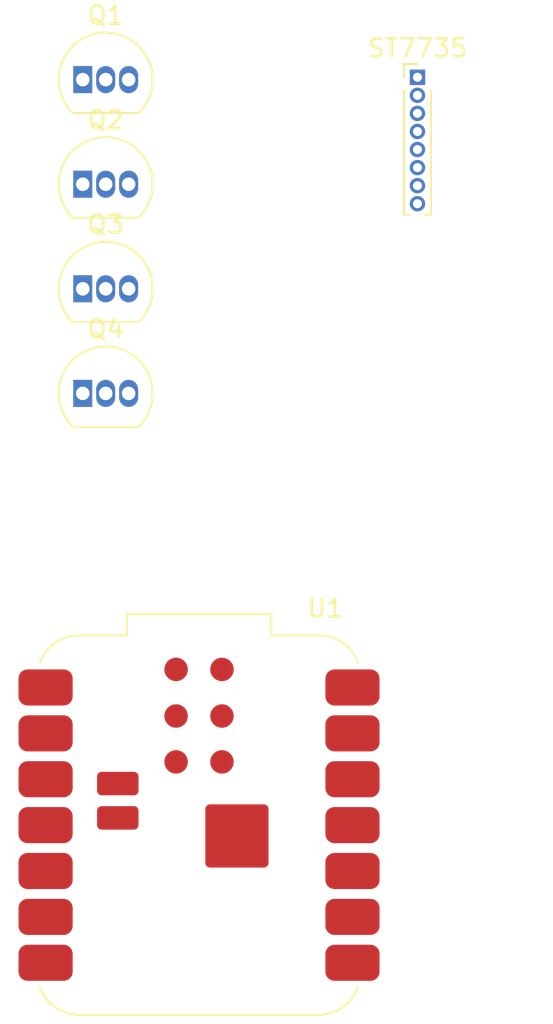
<source format=kicad_pcb>
(kicad_pcb (version 20241229) (generator "pcbnew") (generator_version "9.0")
  (layers (0 "F.Cu" signal) (2 "B.Cu" signal) (13 "F.Paste" user) (15 "B.Paste" user) (5 "F.SilkS" user "F.Silkscreen") (7 "B.SilkS" user "B.Silkscreen") (1 "F.Mask" user) (3 "B.Mask" user) (25 "Edge.Cuts" user))
  (net 0 "")
  (net 1 "Net-(Q1-B)")
  (net 2 "Net-(D1-A)")
  (net 3 "0")
  (net 4 "Net-(D2-A)")
  (net 5 "Net-(Q2-B)")
  (net 6 "Net-(Q3-B)")
  (net 7 "Net-(D3-A)")
  (net 8 "Net-(D4-A)")
  (net 9 "Net-(Q4-B)")
  (net 10 "/VCC")
  (net 11 "Net-(ST7735-Pin_4)")
  (net 12 "Net-(ST7735-Pin_7)")
  (net 13 "Net-(ST7735-Pin_5)")
  (net 14 "Net-(ST7735-Pin_3)")
  (net 15 "Net-(ST7735-Pin_6)")
  (net 17 "/EMG")
  (net 18 "Net-(U1-D0)")
  (footprint "Package_TO_SOT_THT:TO-92_Inline" (layer "F.Cu") (at 126.46 97.21)
    (property "Reference" "Q3" (at 1.27 -3.56 0) (layer "F.SilkS"))
    (property "Value" "2N3904")
    (fp_line (start -0.53 1.85) (end 3.07 1.85) (stroke (width 0.12)) (layer "F.SilkS"))
    (fp_arc (start -0.568478 1.838478) (mid -1.132087 -0.994977) (end 1.27 -2.6) (stroke (width 0.12)) (layer "F.SilkS"))
    (fp_arc (start 1.27 -2.6) (mid 3.672087 -0.994977) (end 3.108478 1.838478) (stroke (width 0.12)) (layer "F.SilkS"))
    (pad "1" thru_hole rect (at 0 0) (size 1.05 1.5) (drill 0.75) (layers "*.Cu" "*.Mask") (net 3 "0"))
    (pad "2" thru_hole oval (at 1.27 0) (size 1.05 1.5) (drill 0.75) (layers "*.Cu" "*.Mask") (net 6 "Net-(Q3-B)"))
    (pad "3" thru_hole oval (at 2.54 0) (size 1.05 1.5) (drill 0.75) (layers "*.Cu" "*.Mask") (net 7 "Net-(D3-A)"))
  )
  (footprint "Package_TO_SOT_THT:TO-92_Inline" (layer "F.Cu") (at 126.46 85.63)
    (property "Reference" "Q1" (at 1.27 -3.56 0) (layer "F.SilkS"))
    (property "Value" "2N3904")
    (fp_line (start -0.53 1.85) (end 3.07 1.85) (stroke (width 0.12)) (layer "F.SilkS"))
    (fp_arc (start -0.568478 1.838478) (mid -1.132087 -0.994977) (end 1.27 -2.6) (stroke (width 0.12)) (layer "F.SilkS"))
    (fp_arc (start 1.27 -2.6) (mid 3.672087 -0.994977) (end 3.108478 1.838478) (stroke (width 0.12)) (layer "F.SilkS"))
    (pad "1" thru_hole rect (at 0 0) (size 1.05 1.5) (drill 0.75) (layers "*.Cu" "*.Mask") (net 3 "0"))
    (pad "2" thru_hole oval (at 1.27 0) (size 1.05 1.5) (drill 0.75) (layers "*.Cu" "*.Mask") (net 1 "Net-(Q1-B)"))
    (pad "3" thru_hole oval (at 2.54 0) (size 1.05 1.5) (drill 0.75) (layers "*.Cu" "*.Mask") (net 2 "Net-(D1-A)"))
  )
  (footprint "Package_TO_SOT_THT:TO-92_Inline" (layer "F.Cu") (at 126.46 91.42)
    (property "Reference" "Q2" (at 1.27 -3.56 0) (layer "F.SilkS"))
    (property "Value" "2N3904")
    (fp_line (start -0.53 1.85) (end 3.07 1.85) (stroke (width 0.12)) (layer "F.SilkS"))
    (fp_arc (start -0.568478 1.838478) (mid -1.132087 -0.994977) (end 1.27 -2.6) (stroke (width 0.12)) (layer "F.SilkS"))
    (fp_arc (start 1.27 -2.6) (mid 3.672087 -0.994977) (end 3.108478 1.838478) (stroke (width 0.12)) (layer "F.SilkS"))
    (pad "1" thru_hole rect (at 0 0) (size 1.05 1.5) (drill 0.75) (layers "*.Cu" "*.Mask") (net 3 "0"))
    (pad "2" thru_hole oval (at 1.27 0) (size 1.05 1.5) (drill 0.75) (layers "*.Cu" "*.Mask") (net 5 "Net-(Q2-B)"))
    (pad "3" thru_hole oval (at 2.54 0) (size 1.05 1.5) (drill 0.75) (layers "*.Cu" "*.Mask") (net 4 "Net-(D2-A)"))
  )
  (footprint "RF_Module:MCU_Seeed_ESP32C3" (layer "F.Cu") (at 132.9 126.9)
    (property "Reference" "U1" (at 7 -12 0) (layer "F.SilkS"))
    (property "Value" "XIAO ESP32C3")
    (fp_line (start -6.7 10.5) (end 6.7 10.5) (stroke (width 0.12)) (layer "F.SilkS"))
    (fp_line (start -4 -11.7) (end 4 -11.7) (stroke (width 0.12)) (layer "F.SilkS"))
    (fp_line (start -4 -10.5) (end -6.6 -10.5) (stroke (width 0.12)) (layer "F.SilkS"))
    (fp_line (start -4 -10.5) (end -4 -11.7) (stroke (width 0.12)) (layer "F.SilkS"))
    (fp_line (start 4 -11.7) (end 4 -10.5) (stroke (width 0.12)) (layer "F.SilkS"))
    (fp_line (start 6.6 -10.5) (end 4 -10.5) (stroke (width 0.12)) (layer "F.SilkS"))
    (fp_arc (start -8.812892 -9.00468) (mid -7.949609 -10.111769) (end -6.600468 -10.499999) (stroke (width 0.12)) (layer "F.SilkS"))
    (fp_arc (start -6.7 10.5) (mid -7.977232 10.068125) (end -8.8 9) (stroke (width 0.12)) (layer "F.SilkS"))
    (fp_arc (start 6.6 -10.499999) (mid 7.944325 -10.107116) (end 8.804034 -9.001464) (stroke (width 0.12)) (layer "F.SilkS"))
    (fp_arc (start 8.8 9) (mid 7.977232 10.068125) (end 6.7 10.5) (stroke (width 0.12)) (layer "F.SilkS"))
    (pad "1" smd roundrect (at -8.5 -7.62) (size 3 2) (layers "F.Cu" "F.Mask" "F.Paste") (net 18 "Net-(U1-D0)"))
    (pad "2" smd roundrect (at -8.5 -5.08) (size 3 2) (layers "F.Cu" "F.Mask" "F.Paste") (net 17 "/EMG"))
    (pad "3" smd roundrect (at -8.5 -2.54) (size 3 2) (layers "F.Cu" "F.Mask" "F.Paste") (net 13 "Net-(ST7735-Pin_5)"))
    (pad "4" smd roundrect (at -8.5 0) (size 3 2) (layers "F.Cu" "F.Mask" "F.Paste") (net 1 "Net-(Q1-B)"))
    (pad "5" smd roundrect (at -8.5 2.54) (size 3 2) (layers "F.Cu" "F.Mask" "F.Paste") (net 5 "Net-(Q2-B)"))
    (pad "6" smd roundrect (at -8.5 5.08) (size 3 2) (layers "F.Cu" "F.Mask" "F.Paste") (net 6 "Net-(Q3-B)"))
    (pad "7" smd roundrect (at -8.5 7.62) (size 3 2) (layers "F.Cu" "F.Mask" "F.Paste") (net 9 "Net-(Q4-B)"))
    (pad "8" smd roundrect (at 8.5 7.62) (size 3 2) (layers "F.Cu" "F.Mask" "F.Paste") (net 12 "Net-(ST7735-Pin_7)"))
    (pad "9" smd roundrect (at 8.5 5.08) (size 3 2) (layers "F.Cu" "F.Mask" "F.Paste") (net 15 "Net-(ST7735-Pin_6)"))
    (pad "10" smd roundrect (at 8.5 2.54) (size 3 2) (layers "F.Cu" "F.Mask" "F.Paste") (net 11 "Net-(ST7735-Pin_4)"))
    (pad "11" smd roundrect (at 8.5 0) (size 3 2) (layers "F.Cu" "F.Mask" "F.Paste") (net 14 "Net-(ST7735-Pin_3)"))
    (pad "12" smd roundrect (at 8.5 -2.54) (size 3 2) (layers "F.Cu" "F.Mask" "F.Paste") (net 10 "/VCC"))
    (pad "13" smd roundrect (at 8.5 -5.08) (size 3 2) (layers "F.Cu" "F.Mask" "F.Paste") (net 3 "0"))
    (pad "14" smd roundrect (at 8.5 -7.62) (size 3 2) (layers "F.Cu" "F.Mask" "F.Paste"))
    (pad "15" smd roundrect (at 2.1 0.6) (size 3.5 3.5) (property pad_prop_heatsink) (layers "F.Cu" "F.Mask") (roundrect_rratio 0.07142857143))
    (pad "16" smd roundrect (at -4.5 -0.4) (size 2.3 1.3) (layers "F.Cu" "F.Mask" "F.Paste") (roundrect_rratio 0.1923076923))
    (pad "17" smd roundrect (at -4.5 -2.3) (size 2.3 1.3) (layers "F.Cu" "F.Mask" "F.Paste") (roundrect_rratio 0.1923076923))
    (pad "18" smd circle (at -1.27 -8.62) (size 1.3 1.3) (layers "F.Cu" "F.Mask" "F.Paste"))
    (pad "19" smd circle (at -1.27 -6.04) (size 1.3 1.3) (layers "F.Cu" "F.Mask" "F.Paste"))
    (pad "20" smd circle (at -1.27 -3.5) (size 1.3 1.3) (layers "F.Cu" "F.Mask" "F.Paste"))
    (pad "21" smd circle (at 1.27 -3.5) (size 1.3 1.3) (layers "F.Cu" "F.Mask" "F.Paste"))
    (pad "22" smd circle (at 1.27 -6.04) (size 1.3 1.3) (layers "F.Cu" "F.Mask" "F.Paste"))
    (pad "23" smd circle (at 1.27 -8.62) (size 1.3 1.3) (layers "F.Cu" "F.Mask" "F.Paste"))
  )
  (footprint "Package_TO_SOT_THT:TO-92_Inline" (layer "F.Cu") (at 126.46 103)
    (property "Reference" "Q4" (at 1.27 -3.56 0) (layer "F.SilkS"))
    (property "Value" "2N3904")
    (fp_line (start -0.53 1.85) (end 3.07 1.85) (stroke (width 0.12)) (layer "F.SilkS"))
    (fp_arc (start -0.568478 1.838478) (mid -1.132087 -0.994977) (end 1.27 -2.6) (stroke (width 0.12)) (layer "F.SilkS"))
    (fp_arc (start 1.27 -2.6) (mid 3.672087 -0.994977) (end 3.108478 1.838478) (stroke (width 0.12)) (layer "F.SilkS"))
    (pad "1" thru_hole rect (at 0 0) (size 1.05 1.5) (drill 0.75) (layers "*.Cu" "*.Mask") (net 3 "0"))
    (pad "2" thru_hole oval (at 1.27 0) (size 1.05 1.5) (drill 0.75) (layers "*.Cu" "*.Mask") (net 9 "Net-(Q4-B)"))
    (pad "3" thru_hole oval (at 2.54 0) (size 1.05 1.5) (drill 0.75) (layers "*.Cu" "*.Mask") (net 8 "Net-(D4-A)"))
  )
  (footprint "Connector_PinHeader_1.00mm:PinHeader_1x08_P1.00mm_Vertical" (layer "F.Cu") (at 145 85.5)
    (property "Reference" "ST7735" (at 0 -1.61 0) (layer "F.SilkS"))
    (property "Value" "Conn_01x08_Socket")
    (fp_line (start -0.745 -0.735) (end 0 -0.735) (stroke (width 0.12)) (layer "F.SilkS"))
    (fp_line (start -0.745 0) (end -0.745 -0.735) (stroke (width 0.12)) (layer "F.SilkS"))
    (fp_line (start -0.745 0.735) (end -0.745 7.61) (stroke (width 0.12)) (layer "F.SilkS"))
    (fp_line (start -0.745 0.735) (end -0.685565 0.735) (stroke (width 0.12)) (layer "F.SilkS"))
    (fp_line (start -0.745 7.61) (end -0.41003 7.61) (stroke (width 0.12)) (layer "F.SilkS"))
    (fp_line (start 0.41003 7.61) (end 0.745 7.61) (stroke (width 0.12)) (layer "F.SilkS"))
    (fp_line (start 0.685565 0.735) (end 0.745 0.735) (stroke (width 0.12)) (layer "F.SilkS"))
    (fp_line (start 0.745 0.735) (end 0.745 7.61) (stroke (width 0.12)) (layer "F.SilkS"))
    (pad "1" thru_hole rect (at 0 0) (size 0.85 0.85) (drill 0.5) (layers "*.Cu" "*.Mask") (net 3 "0"))
    (pad "2" thru_hole circle (at 0 1) (size 0.85 0.85) (drill 0.5) (layers "*.Cu" "*.Mask") (net 10 "/VCC"))
    (pad "3" thru_hole circle (at 0 2) (size 0.85 0.85) (drill 0.5) (layers "*.Cu" "*.Mask") (net 14 "Net-(ST7735-Pin_3)"))
    (pad "4" thru_hole circle (at 0 3) (size 0.85 0.85) (drill 0.5) (layers "*.Cu" "*.Mask") (net 11 "Net-(ST7735-Pin_4)"))
    (pad "5" thru_hole circle (at 0 4) (size 0.85 0.85) (drill 0.5) (layers "*.Cu" "*.Mask") (net 13 "Net-(ST7735-Pin_5)"))
    (pad "6" thru_hole circle (at 0 5) (size 0.85 0.85) (drill 0.5) (layers "*.Cu" "*.Mask") (net 15 "Net-(ST7735-Pin_6)"))
    (pad "7" thru_hole circle (at 0 6) (size 0.85 0.85) (drill 0.5) (layers "*.Cu" "*.Mask") (net 12 "Net-(ST7735-Pin_7)"))
    (pad "8" thru_hole circle (at 0 7) (size 0.85 0.85) (drill 0.5) (layers "*.Cu" "*.Mask") (net 10 "/VCC"))
  )
)
</source>
